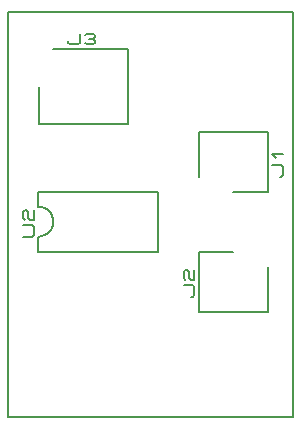
<source format=gbr>
G04 PROTEUS GERBER X2 FILE*
%TF.GenerationSoftware,Labcenter,Proteus,8.9-SP0-Build27865*%
%TF.CreationDate,2020-10-08T22:41:29+00:00*%
%TF.FileFunction,Legend,Top*%
%TF.FilePolarity,Positive*%
%TF.Part,Single*%
%TF.SameCoordinates,{0b1cd8f1-c089-4694-997e-405263033d43}*%
%FSLAX45Y45*%
%MOMM*%
G01*
%TA.AperFunction,Material*%
%ADD20C,0.203200*%
%TA.AperFunction,Profile*%
%ADD17C,0.203200*%
%TA.AperFunction,Material*%
%ADD21C,0.200000*%
%TD.AperFunction*%
D20*
X+254000Y-1397000D02*
X+254000Y-1270000D01*
X+1270000Y-1270000D01*
X+1270000Y-1778000D01*
X+254000Y-1778000D01*
X+254000Y-1651000D01*
X+381000Y-1524000D02*
X+378564Y-1498124D01*
X+371515Y-1474152D01*
X+360238Y-1452562D01*
X+345122Y-1433830D01*
X+326554Y-1418431D01*
X+304919Y-1406842D01*
X+280606Y-1399540D01*
X+254000Y-1397000D01*
X+381000Y-1524000D02*
X+378564Y-1550606D01*
X+371515Y-1574919D01*
X+360238Y-1596554D01*
X+345122Y-1615122D01*
X+326554Y-1630238D01*
X+304919Y-1641515D01*
X+280606Y-1648564D01*
X+254000Y-1651000D01*
X+121920Y-1651000D02*
X+198120Y-1651000D01*
X+213360Y-1635125D01*
X+213360Y-1571625D01*
X+198120Y-1555750D01*
X+121920Y-1555750D01*
X+137160Y-1508125D02*
X+121920Y-1492250D01*
X+121920Y-1444625D01*
X+137160Y-1428750D01*
X+152400Y-1428750D01*
X+167640Y-1444625D01*
X+167640Y-1492250D01*
X+182880Y-1508125D01*
X+213360Y-1508125D01*
X+213360Y-1428750D01*
D17*
X+0Y-3175000D02*
X+2413000Y-3175000D01*
X+2413000Y+254000D01*
X+0Y+254000D01*
X+0Y-3175000D01*
D21*
X+1615000Y-1143000D02*
X+1615000Y-762000D01*
X+2195000Y-762000D01*
X+2195000Y-1270000D01*
X+1905000Y-1270000D01*
D20*
X+2296440Y-1143000D02*
X+2311680Y-1143000D01*
X+2326920Y-1127125D01*
X+2326920Y-1063625D01*
X+2311680Y-1047750D01*
X+2235480Y-1047750D01*
X+2265960Y-984250D02*
X+2235480Y-952500D01*
X+2326920Y-952500D01*
D21*
X+2195000Y-1905000D02*
X+2195000Y-2286000D01*
X+1615000Y-2286000D01*
X+1615000Y-1778000D01*
X+1905000Y-1778000D01*
D20*
X+1544040Y-2159000D02*
X+1559280Y-2159000D01*
X+1574520Y-2143125D01*
X+1574520Y-2079625D01*
X+1559280Y-2063750D01*
X+1483080Y-2063750D01*
X+1498320Y-2016125D02*
X+1483080Y-2000250D01*
X+1483080Y-1952625D01*
X+1498320Y-1936750D01*
X+1513560Y-1936750D01*
X+1528800Y-1952625D01*
X+1528800Y-2000250D01*
X+1544040Y-2016125D01*
X+1574520Y-2016125D01*
X+1574520Y-1936750D01*
D21*
X+261000Y-381000D02*
X+261000Y-698500D01*
X+1009000Y-698500D01*
X+1009000Y-63500D01*
X+381000Y-63500D01*
D20*
X+508000Y+7460D02*
X+508000Y-7780D01*
X+523875Y-23020D01*
X+587375Y-23020D01*
X+603250Y-7780D01*
X+603250Y+68420D01*
X+650875Y+53180D02*
X+666750Y+68420D01*
X+714375Y+68420D01*
X+730250Y+53180D01*
X+730250Y+37940D01*
X+714375Y+22700D01*
X+730250Y+7460D01*
X+730250Y-7780D01*
X+714375Y-23020D01*
X+666750Y-23020D01*
X+650875Y-7780D01*
X+682625Y+22700D02*
X+714375Y+22700D01*
M02*

</source>
